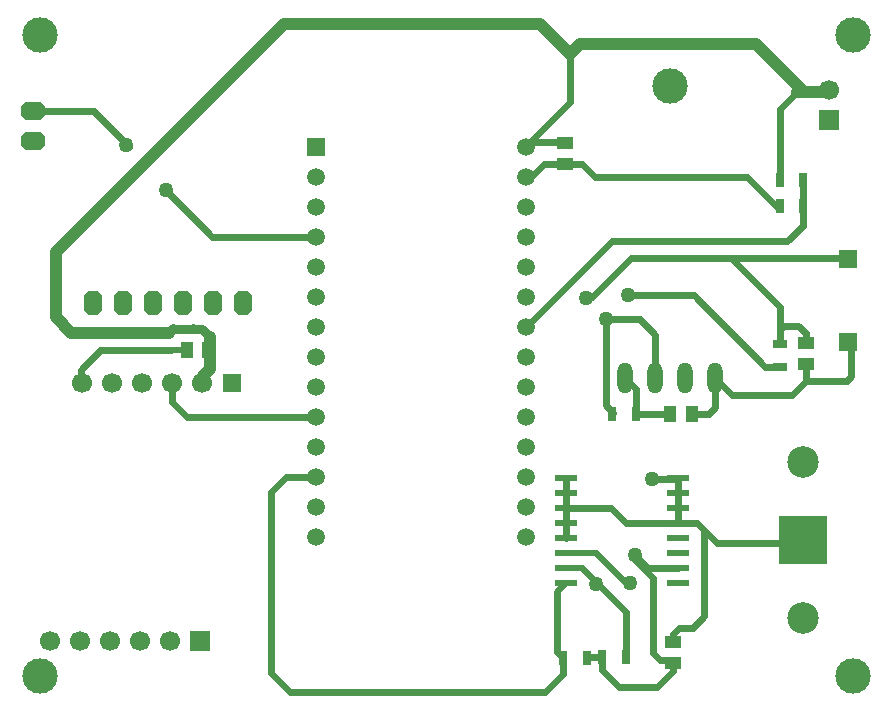
<source format=gtl>
%FSTAX25Y25*%
%MOIN*%
%SFA1B1*%

%IPPOS*%
%AMD45*
4,1,8,-0.030000,0.025000,-0.030000,-0.025000,-0.015000,-0.040000,0.015000,-0.040000,0.030000,-0.025000,0.030000,0.025000,0.015000,0.040000,-0.015000,0.040000,-0.030000,0.025000,0.0*
%
%AMD46*
4,1,8,-0.025000,-0.030000,0.025000,-0.030000,0.040000,-0.015000,0.040000,0.015000,0.025000,0.030000,-0.025000,0.030000,-0.040000,0.015000,-0.040000,-0.015000,-0.025000,-0.030000,0.0*
%
%ADD18R,0.074000X0.021000*%
%ADD19R,0.044000X0.057000*%
%ADD20R,0.057000X0.044000*%
%ADD21R,0.031500X0.051180*%
%ADD22R,0.159840X0.159840*%
%ADD23R,0.051180X0.031500*%
%ADD24R,0.062990X0.062990*%
%ADD40C,0.019680*%
%ADD41C,0.023620*%
%ADD42C,0.039370*%
%ADD43C,0.031500*%
%ADD44C,0.118110*%
G04~CAMADD=45~4~0.0~0.0~800.0~600.0~0.0~150.0~0~0.0~0.0~0.0~0.0~0~0.0~0.0~0.0~0.0~0~0.0~0.0~0.0~90.0~600.0~800.0*
%ADD45D45*%
G04~CAMADD=46~4~0.0~0.0~800.0~600.0~0.0~150.0~0~0.0~0.0~0.0~0.0~0~0.0~0.0~0.0~0.0~0~0.0~0.0~0.0~180.0~800.0~600.0*
%ADD46D46*%
%ADD47C,0.066930*%
%ADD48R,0.066930X0.066930*%
%ADD49R,0.059060X0.059060*%
%ADD50O,0.051500X0.102990*%
%ADD51C,0.059060*%
%ADD52R,0.059060X0.059060*%
%ADD53R,0.066930X0.066930*%
%ADD54C,0.105120*%
%ADD55C,0.050000*%
%LNgateway-1*%
%LPD*%
G54D18*
X018525Y00406D03*
Y00456D03*
Y00506D03*
Y00556D03*
Y00606D03*
Y00656D03*
Y00706D03*
Y00756D03*
X022255D03*
Y00706D03*
Y00656D03*
Y00606D03*
Y00556D03*
Y00506D03*
Y00456D03*
Y00406D03*
G54D19*
X022705Y00969D03*
X021995D03*
X006595Y01184D03*
X005885D03*
G54D20*
X0221Y001395D03*
Y002105D03*
X01847Y018735D03*
Y018025D03*
X02651Y012055D03*
Y011345D03*
G54D21*
X0192037Y00155D03*
X0184163D03*
X0197263Y00158D03*
X0205137D03*
X0200663Y00971D03*
X0208537D03*
X0256363Y01749D03*
X0264237D03*
Y01663D03*
X0256363D03*
G54D22*
X02642Y00548D03*
G54D23*
X02565Y0112463D03*
Y0120337D03*
G54D24*
X02793Y0121057D03*
Y0148616D03*
G54D40*
X00536Y01182D02*
X00594D01*
X01821Y003745D02*
X018525Y00406D01*
Y00506D02*
X01953D01*
X0185263Y0045587D02*
X0190581D01*
G54D41*
X0172Y0126D02*
X02005Y01545D01*
X0259*
X0264237Y0159737*
Y01663*
X0206716Y0148916D02*
X02401D01*
X01938Y0136D02*
X0206716Y0148916D01*
X00299Y01182D02*
X00536D01*
X00642Y0107585D02*
Y0109439D01*
X0023454Y0111754D02*
X00299Y01182D01*
X00277Y01979D02*
X00396Y0186D01*
X00517Y01716D02*
X00673Y0156D01*
X0102*
X00076Y01979D02*
X00277D01*
X0219661Y0014913D02*
X02197Y0014874D01*
X0216519Y0014913D02*
X0219661D01*
X0208Y00485D02*
X0214213Y0042287D01*
X02126Y00456D02*
X022255D01*
X0214213Y0017219D02*
Y0042287D01*
Y0017219D02*
X0216519Y0014913D01*
X02626Y01264D02*
X02651Y01239D01*
Y0122D02*
Y01239D01*
X02327Y00969D02*
X0235Y00992D01*
X022705Y00969D02*
X02327D01*
X0208537Y00971D02*
X021975D01*
X0208488Y0099712D02*
Y0105312D01*
Y0099712D02*
X02086Y00996D01*
X0205Y01088D02*
X0208488Y0105312D01*
X017785Y018025D02*
X019045D01*
X01947Y0176D02*
X0245561D01*
X019045Y018025D02*
X01947Y0176D01*
X01736D02*
X017785Y018025D01*
X0172Y0176D02*
X01736D01*
X0174Y01876D02*
X01835D01*
X01724Y0186D02*
X0174Y01876D01*
X0235Y00992D02*
Y01088D01*
X0215D02*
Y01233D01*
X02098Y01285D02*
X0215Y01233D01*
X0198488Y01285D02*
X02098D01*
X0198488Y0099773D02*
X0200912Y0097349D01*
X0198488Y0099773D02*
Y01285D01*
X01821Y0017563D02*
Y003745D01*
Y0017563D02*
X0184163Y00155D01*
X00539Y0104778D02*
X0055454Y0106331D01*
X00539Y01011D02*
Y0104778D01*
Y01011D02*
X0059Y0096D01*
X01953Y00506D02*
X020555Y004035D01*
X00868Y0071D02*
X00918Y0076D01*
X01015*
X0221Y00203D02*
Y00237D01*
X02229Y00256*
X022735*
X0221Y00114D02*
Y00127D01*
X02156Y0006D02*
X0221Y00114D01*
X0203Y0006D02*
X02156D01*
X0197263Y0011737D02*
X0203Y0006D01*
X0197263Y0011737D02*
Y00158D01*
X022255Y00606D02*
X0222563Y0060587D01*
X0228983*
X02312Y005837*
Y002945D02*
Y005837D01*
X022735Y00256D02*
X02312Y002945D01*
X0205137Y00158D02*
Y0031031D01*
X0190581Y0045587D02*
X0205137Y0031031D01*
X022235Y00754D02*
X022255Y00752D01*
X02052Y00606D02*
X022255D01*
X02002Y00656D02*
X02052Y00606D01*
X018525Y00656D02*
X02002D01*
X018525Y00706D02*
Y00756D01*
Y00656D02*
Y00706D01*
Y00606D02*
Y00656D01*
Y00556D02*
Y00606D01*
X022255Y00706D02*
Y00752D01*
Y00656D02*
Y00706D01*
Y00606D02*
Y00656D01*
X02139Y00754D02*
X022235D01*
X0059Y0096D02*
X01015D01*
X01715Y0186D02*
X01865Y0201D01*
X0192337Y00158D02*
X0197263D01*
X01015Y0075744D02*
Y0076D01*
X0255261Y01663D02*
X0256363D01*
X0245561Y0176D02*
X0255261Y01663D01*
X0264237D02*
Y01749D01*
X01715Y0186D02*
X01724D01*
X0256363Y01749D02*
Y0198563D01*
X0023454Y0106431D02*
Y0111754D01*
X02082Y005D02*
X02126Y00456D01*
X0235575Y0053995D02*
X02602D01*
X02312Y005837D02*
X0235575Y0053995D01*
X0178237Y0004437D02*
X0184163Y0010363D01*
Y00155*
X00868Y00107D02*
Y0071D01*
Y00107D02*
X0093063Y0004437D01*
X0178237*
X00642Y0107585D02*
X0065454Y0106331D01*
X02057Y01366D02*
X02277D01*
X0251637Y0112663*
X02573*
X0235Y01088D02*
X0240543Y0103257D01*
X02565Y0125D02*
X02579Y01264D01*
X02626*
X0265116Y0108016D02*
Y011345D01*
X0240543Y0103257D02*
X02604D01*
Y01033*
X0265116Y0108016*
X0278684*
X02803Y0109632*
Y0121357*
X02401Y0148916D02*
X02565Y0132516D01*
Y0120337D02*
Y0125D01*
Y0132516*
X02401Y0148916D02*
X02803D01*
X01715Y0176D02*
X0172D01*
X0256363Y0198563D02*
X02622Y02044D01*
X01865Y0201D02*
Y02169D01*
G54D42*
X00642Y0109439D02*
X00666Y0111838D01*
Y01226*
X00203Y01241D02*
X0052875D01*
X00152Y01292D02*
X00203Y01241D01*
X01765Y02269D02*
X01865Y02169D01*
X00912Y02269D02*
X01765D01*
X00152Y01509D02*
X00912Y02269D01*
X00152Y01292D02*
Y01509D01*
X01865Y02169D02*
X019Y02204D01*
X02484*
X02644Y02044*
X02622D02*
X02698D01*
G54D43*
X0052875Y01241D02*
X0054275Y01255D01*
X0054395Y0125381D02*
X0060805D01*
X0054275Y01255D02*
X0054395Y0125381D01*
X0063819D02*
X00666Y01226D01*
X0061044Y0125381D02*
X0063819D01*
X0060925Y01255D02*
X0061044Y0125381D01*
X0060805D02*
X0060925Y01255D01*
G54D44*
X0281Y00097D03*
X00097D03*
Y02233D03*
X0281D03*
X022Y02063D03*
G54D45*
X00676Y01338D03*
X00776D03*
X00576D03*
X00476D03*
X00376D03*
X00276D03*
G54D46*
X00076Y01979D03*
Y01879D03*
G54D47*
X00131Y00212D03*
X00231D03*
X00331D03*
X00431D03*
X00531D03*
X0063754Y0107231D03*
X0053754D03*
X0043754D03*
X0033754D03*
X0023754D03*
X0273Y0205D03*
G54D48*
X00631Y00212D03*
G54D49*
X0073754Y0107231D03*
G54D50*
X0235Y01088D03*
X0225D03*
X0215D03*
X0205D03*
G54D51*
X0172Y0056D03*
Y0066D03*
Y0076D03*
Y0086D03*
Y0096D03*
Y0106D03*
Y0116D03*
Y0126D03*
Y0136D03*
Y0146D03*
Y0156D03*
Y0166D03*
Y0176D03*
X0102Y0056D03*
Y0066D03*
Y0076D03*
Y0086D03*
Y0096D03*
Y0106D03*
Y0116D03*
Y0126D03*
Y0136D03*
Y0146D03*
Y0156D03*
Y0166D03*
Y0176D03*
X0172Y0186D03*
G54D52*
X0102Y0186D03*
G54D53*
X0273Y0195D03*
G54D54*
X02642Y0080804D03*
Y0028796D03*
G54D55*
X0191888Y01356D03*
X01951Y00404D03*
X00517Y01716D03*
X00384Y01866D03*
X0198488Y01285D03*
X02064Y00405D03*
X02139Y00754D03*
X02082Y005D03*
X02057Y01366D03*
M02*
</source>
